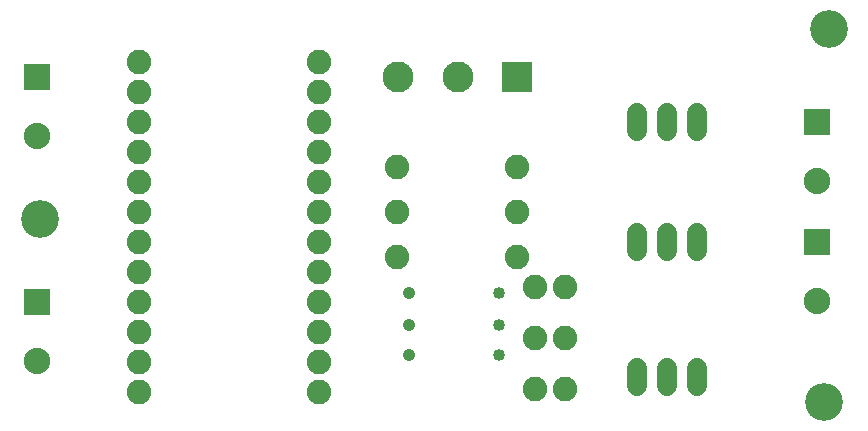
<source format=gts>
G75*
%MOIN*%
%OFA0B0*%
%FSLAX25Y25*%
%IPPOS*%
%LPD*%
%AMOC8*
5,1,8,0,0,1.08239X$1,22.5*
%
%ADD10C,0.06800*%
%ADD11C,0.08200*%
%ADD12R,0.08800X0.08800*%
%ADD13C,0.08800*%
%ADD14R,0.10300X0.10300*%
%ADD15C,0.10300*%
%ADD16C,0.12611*%
%ADD17C,0.04000*%
%ADD18C,0.04123*%
D10*
X0216000Y0023260D02*
X0216000Y0029260D01*
X0226000Y0029260D02*
X0226000Y0023260D01*
X0236000Y0023260D02*
X0236000Y0029260D01*
X0236000Y0068260D02*
X0236000Y0074260D01*
X0226000Y0074260D02*
X0226000Y0068260D01*
X0216000Y0068260D02*
X0216000Y0074260D01*
X0216000Y0108260D02*
X0216000Y0114260D01*
X0226000Y0114260D02*
X0226000Y0108260D01*
X0236000Y0108260D02*
X0236000Y0114260D01*
D11*
X0050000Y0021260D03*
X0050000Y0031260D03*
X0050000Y0041260D03*
X0050000Y0051260D03*
X0050000Y0061260D03*
X0050000Y0071260D03*
X0050000Y0081260D03*
X0050000Y0091260D03*
X0050000Y0101260D03*
X0050000Y0111260D03*
X0050000Y0121260D03*
X0050000Y0131260D03*
X0110000Y0131260D03*
X0110000Y0121260D03*
X0110000Y0111260D03*
X0110000Y0101260D03*
X0110000Y0091260D03*
X0110000Y0081260D03*
X0110000Y0071260D03*
X0110000Y0061260D03*
X0110000Y0051260D03*
X0110000Y0041260D03*
X0110000Y0031260D03*
X0110000Y0021260D03*
X0182000Y0022260D03*
X0192000Y0022260D03*
X0192000Y0039260D03*
X0182000Y0039260D03*
X0182000Y0056260D03*
X0192000Y0056260D03*
X0176000Y0066260D03*
X0176000Y0081260D03*
X0176000Y0096260D03*
X0136000Y0096260D03*
X0136000Y0081260D03*
X0136000Y0066260D03*
D12*
X0016000Y0051260D03*
X0016000Y0126260D03*
X0276000Y0111260D03*
X0276000Y0071260D03*
D13*
X0276000Y0051575D03*
X0276000Y0091575D03*
X0016000Y0106575D03*
X0016000Y0031575D03*
D14*
X0176000Y0126260D03*
D15*
X0156315Y0126260D03*
X0136630Y0126260D03*
D16*
X0017000Y0079000D03*
X0278559Y0018000D03*
X0280000Y0142260D03*
D17*
X0170000Y0054260D03*
X0170000Y0043760D03*
X0170000Y0033760D03*
D18*
X0140000Y0033760D03*
X0140000Y0043760D03*
X0140000Y0054260D03*
M02*

</source>
